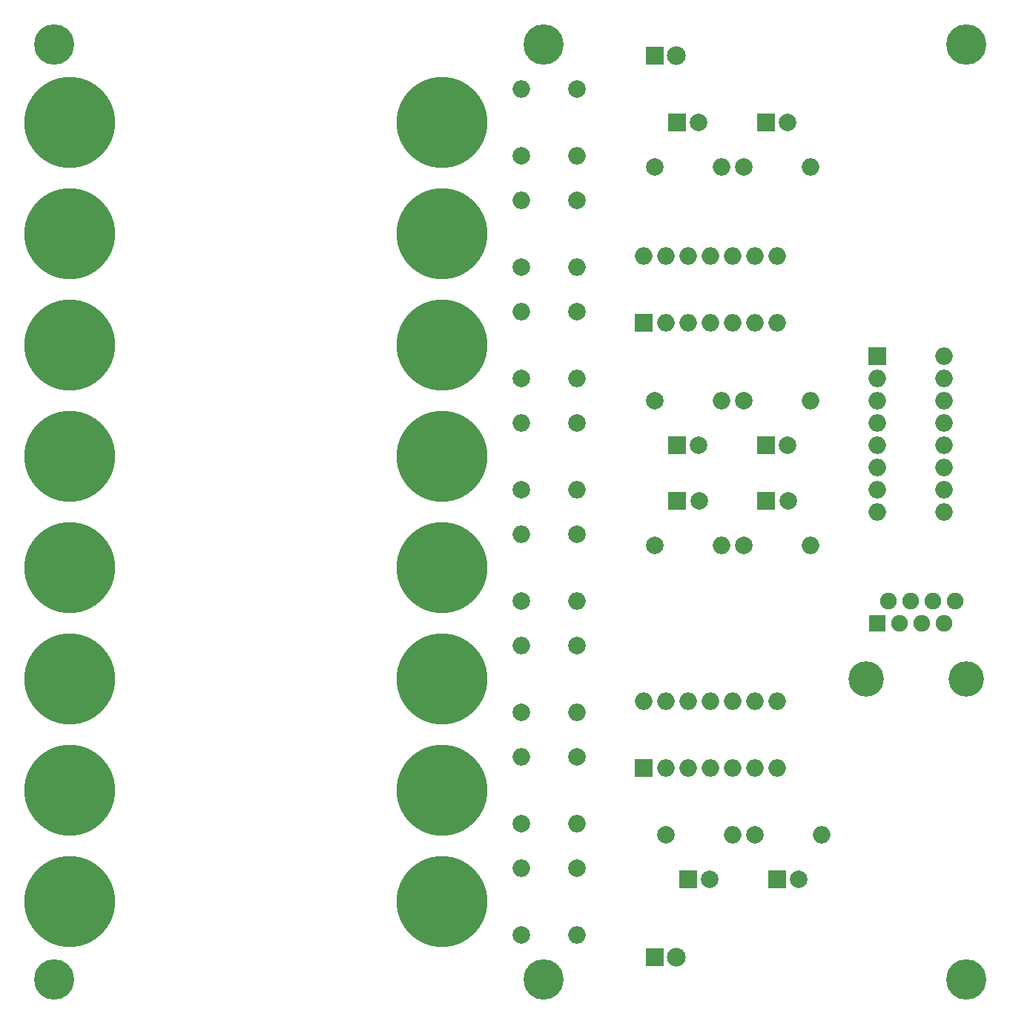
<source format=gbr>
G04 #@! TF.FileFunction,Soldermask,Top*
%FSLAX46Y46*%
G04 Gerber Fmt 4.6, Leading zero omitted, Abs format (unit mm)*
G04 Created by KiCad (PCBNEW 4.0.7) date 01/04/18 14:51:34*
%MOMM*%
%LPD*%
G01*
G04 APERTURE LIST*
%ADD10C,0.100000*%
%ADD11C,4.600000*%
%ADD12C,4.050000*%
%ADD13R,1.900000X1.900000*%
%ADD14C,1.900000*%
%ADD15R,2.000000X2.000000*%
%ADD16O,2.000000X2.000000*%
%ADD17C,2.000000*%
%ADD18R,2.150000X2.150000*%
%ADD19C,2.150000*%
%ADD20C,10.400000*%
G04 APERTURE END LIST*
D10*
D11*
X60960000Y3810000D03*
X60960000Y110490000D03*
X5080000Y110490000D03*
X109220000Y110490000D03*
X109220000Y3810000D03*
D12*
X109220000Y38100000D03*
X97790000Y38100000D03*
D13*
X99060000Y44450000D03*
D14*
X100330000Y46990000D03*
X101600000Y44450000D03*
X102870000Y46990000D03*
X104140000Y44450000D03*
X105410000Y46990000D03*
X106680000Y44450000D03*
X107950000Y46990000D03*
D15*
X72390000Y27940000D03*
D16*
X87630000Y35560000D03*
X74930000Y27940000D03*
X85090000Y35560000D03*
X77470000Y27940000D03*
X82550000Y35560000D03*
X80010000Y27940000D03*
X80010000Y35560000D03*
X82550000Y27940000D03*
X77470000Y35560000D03*
X85090000Y27940000D03*
X74930000Y35560000D03*
X87630000Y27940000D03*
X72390000Y35560000D03*
D17*
X58420000Y59690000D03*
D16*
X58420000Y67310000D03*
D17*
X64770000Y67310000D03*
D16*
X64770000Y59690000D03*
D17*
X58420000Y72390000D03*
D16*
X58420000Y80010000D03*
D17*
X64770000Y80010000D03*
D16*
X64770000Y72390000D03*
D17*
X58420000Y85090000D03*
D16*
X58420000Y92710000D03*
D17*
X64770000Y92710000D03*
D16*
X64770000Y85090000D03*
D17*
X58420000Y97790000D03*
D16*
X58420000Y105410000D03*
D17*
X64770000Y105410000D03*
D16*
X64770000Y97790000D03*
D17*
X58420000Y8890000D03*
D16*
X58420000Y16510000D03*
D17*
X64770000Y16510000D03*
D16*
X64770000Y8890000D03*
D17*
X58420000Y21590000D03*
D16*
X58420000Y29210000D03*
D17*
X64770000Y29210000D03*
D16*
X64770000Y21590000D03*
D17*
X58420000Y34290000D03*
D16*
X58420000Y41910000D03*
D17*
X64770000Y41910000D03*
D16*
X64770000Y34290000D03*
D17*
X58420000Y46990000D03*
D16*
X58420000Y54610000D03*
D17*
X64770000Y54610000D03*
D16*
X64770000Y46990000D03*
D15*
X72390000Y78740000D03*
D16*
X87630000Y86360000D03*
X74930000Y78740000D03*
X85090000Y86360000D03*
X77470000Y78740000D03*
X82550000Y86360000D03*
X80010000Y78740000D03*
X80010000Y86360000D03*
X82550000Y78740000D03*
X77470000Y86360000D03*
X85090000Y78740000D03*
X74930000Y86360000D03*
X87630000Y78740000D03*
X72390000Y86360000D03*
D11*
X5080000Y3810000D03*
D15*
X86360000Y64770000D03*
D17*
X88860000Y64770000D03*
D15*
X76200000Y64770000D03*
D17*
X78700000Y64770000D03*
D15*
X76200000Y101600000D03*
D17*
X78700000Y101600000D03*
D15*
X86360000Y101600000D03*
D17*
X88860000Y101600000D03*
D15*
X87630000Y15240000D03*
D17*
X90130000Y15240000D03*
D15*
X77470000Y15240000D03*
D17*
X79970000Y15240000D03*
D15*
X76240000Y58420000D03*
D17*
X78740000Y58420000D03*
D15*
X86400000Y58420000D03*
D17*
X88900000Y58420000D03*
D18*
X73660000Y109220000D03*
D19*
X76160000Y109220000D03*
D17*
X83820000Y69850000D03*
D16*
X91440000Y69850000D03*
D17*
X73660000Y69850000D03*
D16*
X81280000Y69850000D03*
D17*
X73660000Y96520000D03*
D16*
X81280000Y96520000D03*
D17*
X83820000Y96520000D03*
D16*
X91440000Y96520000D03*
D17*
X85090000Y20320000D03*
D16*
X92710000Y20320000D03*
D17*
X74930000Y20320000D03*
D16*
X82550000Y20320000D03*
D17*
X73660000Y53340000D03*
D16*
X81280000Y53340000D03*
D17*
X83820000Y53340000D03*
D16*
X91440000Y53340000D03*
D18*
X73660000Y6350000D03*
D19*
X76160000Y6350000D03*
D20*
X49350000Y101600000D03*
X6850000Y101600000D03*
X49350000Y88900000D03*
X6850000Y88900000D03*
X49350000Y76200000D03*
X6850000Y76200000D03*
X49350000Y63500000D03*
X6850000Y63500000D03*
X49350000Y50800000D03*
X6850000Y50800000D03*
X49350000Y38100000D03*
X6850000Y38100000D03*
X49350000Y25400000D03*
X6850000Y25400000D03*
X49350000Y12700000D03*
X6850000Y12700000D03*
D15*
X99060000Y74930000D03*
D16*
X106680000Y57150000D03*
X99060000Y72390000D03*
X106680000Y59690000D03*
X99060000Y69850000D03*
X106680000Y62230000D03*
X99060000Y67310000D03*
X106680000Y64770000D03*
X99060000Y64770000D03*
X106680000Y67310000D03*
X99060000Y62230000D03*
X106680000Y69850000D03*
X99060000Y59690000D03*
X106680000Y72390000D03*
X99060000Y57150000D03*
X106680000Y74930000D03*
M02*

</source>
